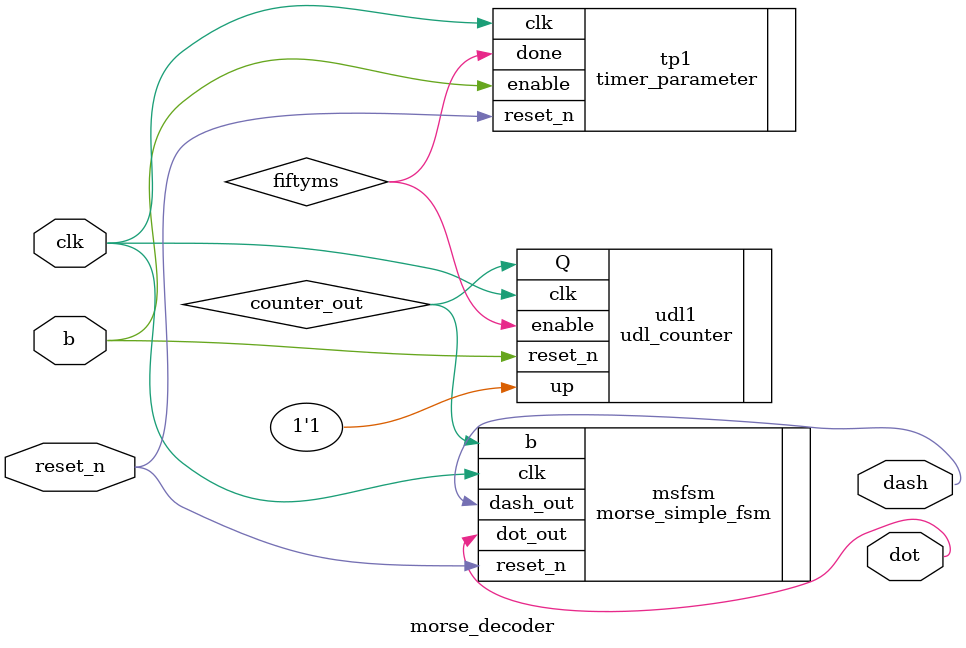
<source format=v>
`timescale 1ns / 1ps


module morse_decoder(
    input clk, reset_n,    
    input b,
    output dot,dash
      );
  
    wire fiftyms;
     timer_parameter #(.FINAL_VALUE(4_999_999)) tp1 //50 ms
    ( 
        .clk(clk),
        .reset_n(reset_n),
        .enable(b), //always enable
        .done(fiftyms) //50 ms timer
        );
     wire counter_out;
    udl_counter udl1 //sync with the 50 ms timer
    (
        .clk(clk),
        .reset_n(b),
        .enable(fiftyms),
        .up(1'b1),
        .Q(counter_out)

    );

 
    morse_simple_fsm msfsm(
        .clk(clk), //if this isnt right, i guess put it back to clk
         .reset_n(reset_n),      
        .b(counter_out),
     
        .dot_out(dot),
        .dash_out(dash)       
    );
   
endmodule

</source>
